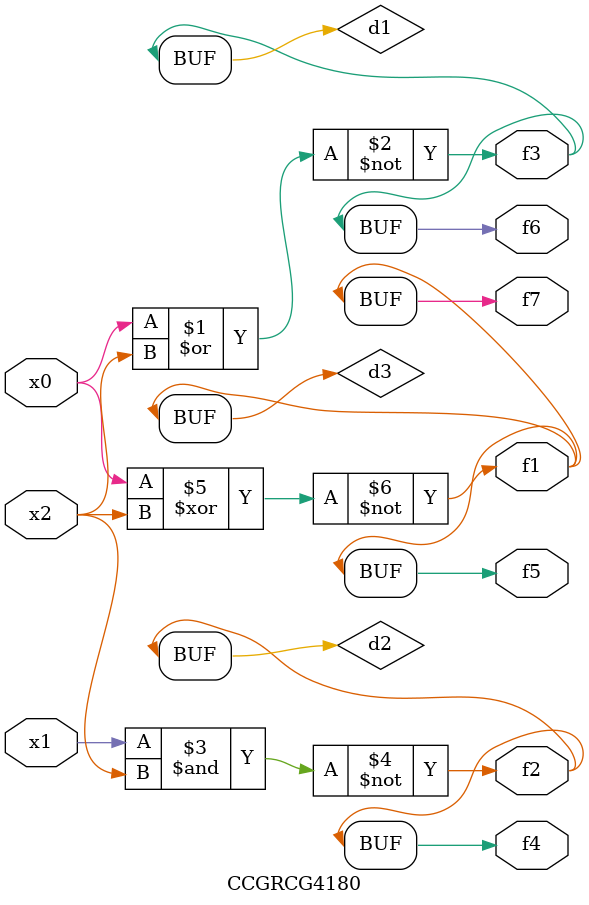
<source format=v>
module CCGRCG4180(
	input x0, x1, x2,
	output f1, f2, f3, f4, f5, f6, f7
);

	wire d1, d2, d3;

	nor (d1, x0, x2);
	nand (d2, x1, x2);
	xnor (d3, x0, x2);
	assign f1 = d3;
	assign f2 = d2;
	assign f3 = d1;
	assign f4 = d2;
	assign f5 = d3;
	assign f6 = d1;
	assign f7 = d3;
endmodule

</source>
